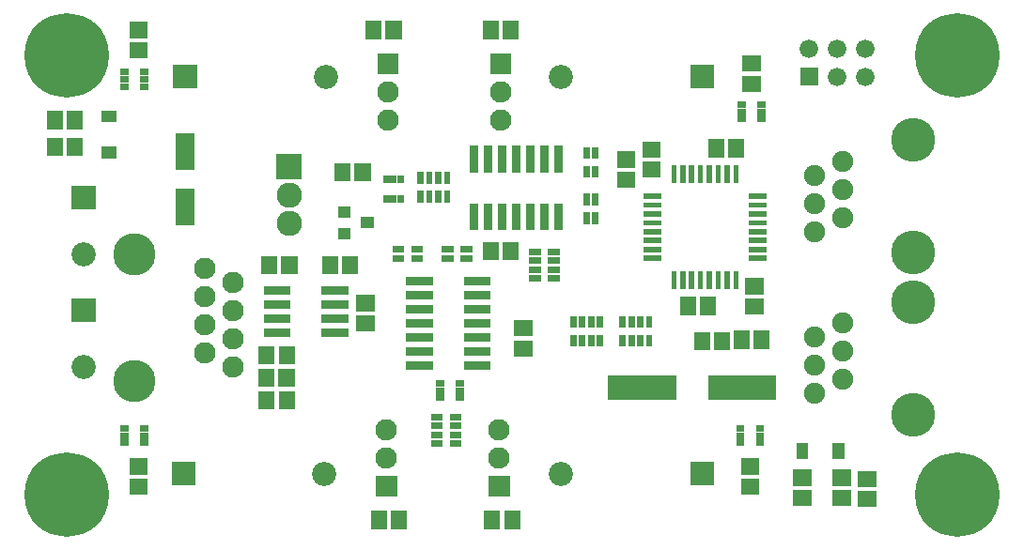
<source format=gbr>
G04 start of page 6 for group -4063 idx -4063 *
G04 Title: (unknown), componentmask *
G04 Creator: pcb 20140316 *
G04 CreationDate: Mon 20 Apr 2015 08:27:33 PM GMT UTC *
G04 For: ndholmes *
G04 Format: Gerber/RS-274X *
G04 PCB-Dimensions (mil): 3500.00 1900.00 *
G04 PCB-Coordinate-Origin: lower left *
%MOIN*%
%FSLAX25Y25*%
%LNTOPMASK*%
%ADD90R,0.0420X0.0420*%
%ADD89R,0.0235X0.0235*%
%ADD88R,0.0690X0.0690*%
%ADD87R,0.0400X0.0400*%
%ADD86R,0.0187X0.0187*%
%ADD85R,0.0847X0.0847*%
%ADD84R,0.0227X0.0227*%
%ADD83R,0.0300X0.0300*%
%ADD82R,0.0572X0.0572*%
%ADD81C,0.0900*%
%ADD80C,0.0660*%
%ADD79C,0.0760*%
%ADD78C,0.0750*%
%ADD77C,0.1560*%
%ADD76C,0.0001*%
%ADD75C,0.1500*%
%ADD74C,0.0860*%
%ADD73C,0.2997*%
G54D73*X17000Y17000D03*
G54D74*X23000Y62500D03*
G54D75*X41000Y57500D03*
G54D76*G36*
X54200Y28800D02*Y20200D01*
X62800D01*
Y28800D01*
X54200D01*
G37*
G54D77*X317500Y45500D03*
G54D73*X333000Y17000D03*
G54D78*X282500Y53000D03*
X292500Y58000D03*
X282500Y63000D03*
X292500Y68000D03*
X282500Y73000D03*
G54D76*G36*
X238200Y28800D02*Y20200D01*
X246800D01*
Y28800D01*
X238200D01*
G37*
G54D74*X192500Y24500D03*
G54D76*G36*
X166700Y23800D02*Y16200D01*
X174300D01*
Y23800D01*
X166700D01*
G37*
G54D79*X170500Y30000D03*
Y40000D03*
G54D77*X317500Y85500D03*
G54D73*X333000Y173000D03*
G54D77*X317500Y103000D03*
Y143000D03*
G54D78*X292500Y78000D03*
X282500Y110500D03*
X292500Y115500D03*
Y125500D03*
Y135500D03*
X282500Y120500D03*
Y130500D03*
G54D76*G36*
X277200Y168800D02*Y162200D01*
X283800D01*
Y168800D01*
X277200D01*
G37*
G54D80*X280500Y175500D03*
X290500Y165500D03*
X300500D03*
X290500Y175500D03*
X300500D03*
G54D76*G36*
X238200Y169800D02*Y161200D01*
X246800D01*
Y169800D01*
X238200D01*
G37*
G54D74*X192500Y165500D03*
G54D76*G36*
X167200Y173800D02*Y166200D01*
X174800D01*
Y173800D01*
X167200D01*
G37*
G54D79*X171000Y160000D03*
Y150000D03*
G54D76*G36*
X18700Y86800D02*Y78200D01*
X27300D01*
Y86800D01*
X18700D01*
G37*
G54D73*X17000Y173000D03*
G54D76*G36*
X18700Y126800D02*Y118200D01*
X27300D01*
Y126800D01*
X18700D01*
G37*
G54D74*X23000Y102500D03*
G54D75*X41000D03*
G54D81*X96000Y113500D03*
G54D74*X108500Y24500D03*
G54D81*X96000Y123500D03*
G54D76*G36*
X91500Y138000D02*Y129000D01*
X100500D01*
Y138000D01*
X91500D01*
G37*
G36*
X54700Y169800D02*Y161200D01*
X63300D01*
Y169800D01*
X54700D01*
G37*
G54D74*X109000Y165500D03*
G54D79*X66000Y97500D03*
X76000Y92500D03*
X66000Y87500D03*
X76000Y82500D03*
X66000Y77500D03*
X76000Y72500D03*
X66000Y67500D03*
X76000Y62500D03*
G54D76*G36*
X127200Y173800D02*Y166200D01*
X134800D01*
Y173800D01*
X127200D01*
G37*
G54D79*X131000Y160000D03*
Y150000D03*
G54D76*G36*
X126700Y23800D02*Y16200D01*
X134300D01*
Y23800D01*
X126700D01*
G37*
G54D79*X130500Y30000D03*
Y40000D03*
G54D82*X178607Y76086D02*X179393D01*
X178607Y69000D02*X179393D01*
X175086Y8393D02*Y7607D01*
X168000Y8393D02*Y7607D01*
G54D83*X191500Y139500D02*Y133000D01*
G54D84*X204575Y122783D02*Y120913D01*
Y139283D02*Y137413D01*
Y132587D02*Y130717D01*
X201425Y122783D02*Y120913D01*
Y139283D02*Y137413D01*
Y132587D02*Y130717D01*
Y116087D02*Y114217D01*
X204575Y116087D02*Y114217D01*
G54D83*X161500Y119000D02*Y112500D01*
X166500Y119000D02*Y112500D01*
X171500Y119000D02*Y112500D01*
X176500Y119000D02*Y112500D01*
X181500Y119000D02*Y112500D01*
X186500Y119000D02*Y112500D01*
X191500Y119000D02*Y112500D01*
X186500Y139500D02*Y133000D01*
X181500Y139500D02*Y133000D01*
X176500Y139500D02*Y133000D01*
X171500Y139500D02*Y133000D01*
X166500Y139500D02*Y133000D01*
X161500Y139500D02*Y133000D01*
G54D84*X182217Y103224D02*X184087D01*
X182217Y100075D02*X184087D01*
G54D82*X174543Y103893D02*Y103107D01*
X167457Y103893D02*Y103107D01*
G54D84*X182217Y96925D02*X184087D01*
X182217Y93776D02*X184087D01*
X188913D02*X190783D01*
X188913Y96925D02*X190783D01*
X188913Y100075D02*X190783D01*
X188913Y103224D02*X190783D01*
X214276Y72587D02*Y70717D01*
X217425Y72587D02*Y70717D01*
G54D85*X213409Y55000D02*X229157D01*
G54D84*X220575Y72587D02*Y70717D01*
X223724Y72587D02*Y70717D01*
Y79283D02*Y77413D01*
X220575Y79283D02*Y77413D01*
X217425Y79283D02*Y77413D01*
X214276Y79283D02*Y77413D01*
X206224Y79283D02*Y77413D01*
X203075Y79283D02*Y77413D01*
X199925Y79283D02*Y77413D01*
X196776Y79283D02*Y77413D01*
Y72587D02*Y70717D01*
X199925Y72587D02*Y70717D01*
X203075Y72587D02*Y70717D01*
X206224Y72587D02*Y70717D01*
G54D82*X215107Y136043D02*X215893D01*
X215107Y128957D02*X215893D01*
G54D86*X222508Y123023D02*X226934D01*
X222508Y119874D02*X226934D01*
X222508Y116724D02*X226934D01*
X222508Y113575D02*X226934D01*
X222508Y110425D02*X226934D01*
X222508Y107275D02*X226934D01*
X222508Y104126D02*X226934D01*
X222508Y100976D02*X226934D01*
G54D82*X224107Y132457D02*X224893D01*
X224107Y139543D02*X224893D01*
X122607Y77957D02*X123393D01*
X122607Y85043D02*X123393D01*
G54D83*X109000Y79500D02*X115500D01*
X109000Y84500D02*X115500D01*
G54D87*X123400Y113600D02*X124000D01*
G54D82*X127914Y8393D02*Y7607D01*
X135000Y8393D02*Y7607D01*
G54D84*X133717Y104075D02*X135587D01*
X133717Y100925D02*X135587D01*
G54D82*X95086Y66893D02*Y66107D01*
X88000Y66893D02*Y66107D01*
Y50893D02*Y50107D01*
X95086Y50893D02*Y50107D01*
X87957Y58893D02*Y58107D01*
X95043Y58893D02*Y58107D01*
G54D83*X109000Y74500D02*X115500D01*
X88500D02*X95000D01*
G54D82*X117500Y98893D02*Y98107D01*
X110414Y98893D02*Y98107D01*
X96043Y98893D02*Y98107D01*
G54D83*X109000Y89500D02*X115500D01*
X88500D02*X95000D01*
X88500Y84500D02*X95000D01*
X88500Y79500D02*X95000D01*
G54D88*X59000Y141992D02*Y135693D01*
Y122307D02*Y116008D01*
G54D89*X44287Y161940D02*X44740D01*
X37260D02*X37713D01*
X44287Y164500D02*X44740D01*
X37260D02*X37713D01*
X44287Y167060D02*X44740D01*
X37260D02*X37713D01*
G54D82*X42150Y182043D02*X42936D01*
X42150Y174957D02*X42936D01*
G54D90*X31400Y138500D02*X32600D01*
G54D82*X12914Y140893D02*Y140107D01*
X20000Y140893D02*Y140107D01*
G54D90*X31400Y151400D02*X32600D01*
G54D82*X12914Y150393D02*Y149607D01*
X20000Y150393D02*Y149607D01*
G54D89*X44287Y35440D02*X44740D01*
X44287Y38000D02*X44740D01*
X44287Y40560D02*X44740D01*
X37260D02*X37713D01*
X37260Y38000D02*X37713D01*
X37260Y35440D02*X37713D01*
G54D82*X42107Y19957D02*X42893D01*
X42107Y27043D02*X42893D01*
X88957Y98893D02*Y98107D01*
G54D87*X115200Y117500D02*X115800D01*
G54D82*X114957Y131893D02*Y131107D01*
G54D87*X115200Y109700D02*X115800D01*
G54D82*X122043Y131893D02*Y131107D01*
G54D89*X135560Y129240D02*Y128787D01*
X133000Y129240D02*Y128787D01*
X130440Y129240D02*Y128787D01*
Y122213D02*Y121760D01*
X133000Y122213D02*Y121760D01*
X135560Y122213D02*Y121760D01*
G54D82*X133043Y182350D02*Y181564D01*
X125957Y182350D02*Y181564D01*
X167457Y182393D02*Y181607D01*
X174543Y182393D02*Y181607D01*
G54D84*X142552Y123739D02*Y121869D01*
X145701Y123739D02*Y121869D01*
X148851Y123739D02*Y121869D01*
X152000Y123739D02*Y121869D01*
Y130435D02*Y128565D01*
X148851Y130435D02*Y128565D01*
X145701Y130435D02*Y128565D01*
X142552Y130435D02*Y128565D01*
G54D83*X159500Y63000D02*X166000D01*
X159500Y68000D02*X166000D01*
X159500Y73000D02*X166000D01*
X159500Y78000D02*X166000D01*
X159500Y83000D02*X166000D01*
X159500Y88000D02*X166000D01*
X159500Y93000D02*X166000D01*
X139000D02*X145500D01*
X139000Y88000D02*X145500D01*
X139000Y83000D02*X145500D01*
X139000Y78000D02*X145500D01*
X139000Y73000D02*X145500D01*
G54D84*X140413Y100925D02*X142283D01*
X151217D02*X153087D01*
X157913D02*X159783D01*
X140413Y104075D02*X142283D01*
X151217D02*X153087D01*
X157913D02*X159783D01*
G54D83*X139000Y68000D02*X145500D01*
X139000Y63000D02*X145500D01*
G54D84*X147413Y44574D02*X149283D01*
X147413Y41425D02*X149283D01*
X147413Y38275D02*X149283D01*
X147413Y35126D02*X149283D01*
X154109D02*X155979D01*
X154109Y38275D02*X155979D01*
X154109Y41425D02*X155979D01*
X154109Y44574D02*X155979D01*
G54D89*X156287Y51440D02*X156740D01*
X156287Y54000D02*X156740D01*
X156287Y56560D02*X156740D01*
X149260D02*X149713D01*
X149260Y54000D02*X149713D01*
X149260Y51440D02*X149713D01*
G54D82*X260607Y83957D02*X261393D01*
X256457Y72393D02*Y71607D01*
X263543Y72393D02*Y71607D01*
X249586Y71893D02*Y71107D01*
X242500Y71893D02*Y71107D01*
X237457Y84393D02*Y83607D01*
X244543Y84393D02*Y83607D01*
G54D85*X248843Y55000D02*X264591D01*
G54D82*X260607Y91043D02*X261393D01*
G54D86*X260066Y100977D02*X264492D01*
X260066Y104126D02*X264492D01*
X260066Y107276D02*X264492D01*
X260066Y110425D02*X264492D01*
X260066Y113575D02*X264492D01*
X260066Y116725D02*X264492D01*
X232477Y95434D02*Y91008D01*
X235626Y95434D02*Y91008D01*
X238776Y95434D02*Y91008D01*
X241925Y95434D02*Y91008D01*
X245075Y95434D02*Y91008D01*
X248225Y95434D02*Y91008D01*
X251374Y95434D02*Y91008D01*
X254524Y95434D02*Y91008D01*
G54D82*X259607Y170086D02*X260393D01*
X259607Y163000D02*X260393D01*
G54D89*X256260Y155560D02*X256713D01*
X256260Y153000D02*X256713D01*
X256260Y150440D02*X256713D01*
X263287D02*X263740D01*
X263287Y153000D02*X263740D01*
X263287Y155560D02*X263740D01*
G54D86*X260066Y119874D02*X264492D01*
X260066Y123024D02*X264492D01*
X254523Y132992D02*Y128566D01*
X251374Y132992D02*Y128566D01*
G54D82*X254543Y140393D02*Y139607D01*
G54D86*X248224Y132992D02*Y128566D01*
G54D82*X247457Y140393D02*Y139607D01*
G54D86*X245075Y132992D02*Y128566D01*
X241925Y132992D02*Y128566D01*
X238775Y132992D02*Y128566D01*
X235626Y132992D02*Y128566D01*
X232476Y132992D02*Y128566D01*
G54D89*X255733Y40560D02*X256186D01*
X255733Y38000D02*X256186D01*
X255733Y35440D02*X256186D01*
X262760D02*X263213D01*
X262760Y38000D02*X263213D01*
X262760Y40560D02*X263213D01*
G54D82*X259107Y19957D02*X259893D01*
X259107Y27043D02*X259893D01*
G54D90*X278000Y33100D02*Y31900D01*
X290900Y33100D02*Y31900D01*
G54D82*X300607Y15457D02*X301393D01*
X300607Y22543D02*X301393D01*
X291607Y15957D02*X292393D01*
X291607Y23043D02*X292393D01*
X277607D02*X278393D01*
X277607Y15957D02*X278393D01*
M02*

</source>
